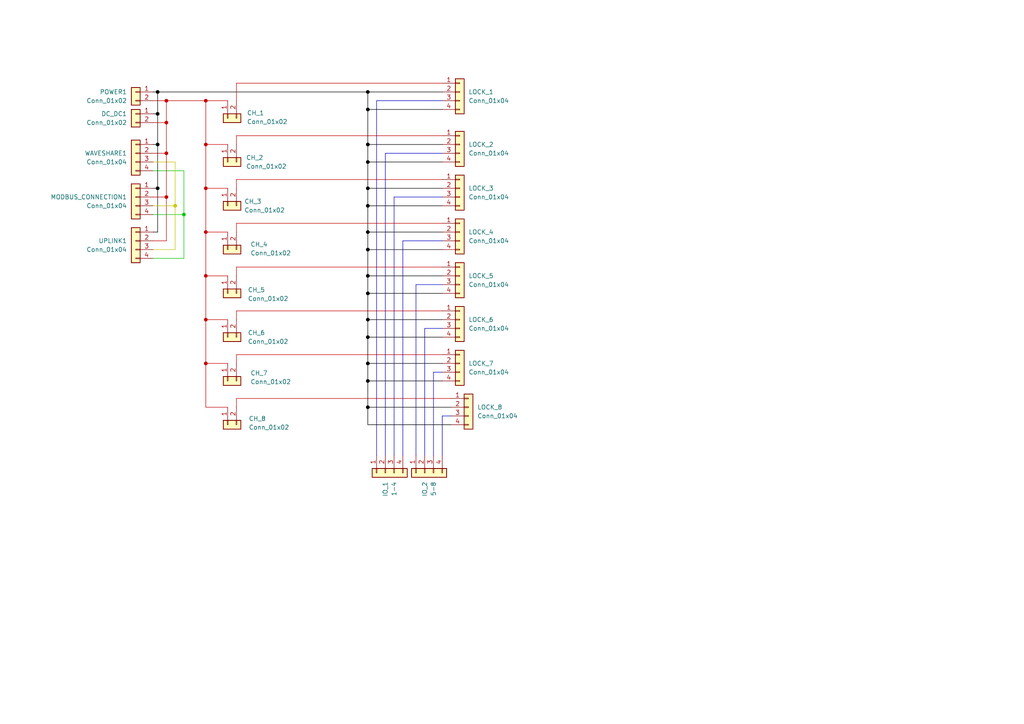
<source format=kicad_sch>
(kicad_sch (version 20250114) (generator "eeschema") (generator_version "9.0")
  (paper "A4")
  (lib_symbols
    (symbol "Connector_Generic:Conn_01x02" (pin_names (offset 1.016) (hide yes))
      (property "Reference" "J" (at 0 2.54 0))
      (property "Value" "Conn_01x02" (at 0 -5.08 0))
      (symbol "Conn_01x02_1_1"
        (rectangle (start -1.27 1.27) (end 1.27 -3.81) (stroke (width 0.254)) (fill (type background)))
        (rectangle (start -1.27 0.127) (end 0 -0.127) (stroke (width 0.1524)))
        (rectangle (start -1.27 -2.413) (end 0 -2.667) (stroke (width 0.1524)))
        (pin passive line (at -5.08 0 0) (length 3.81) (name "Pin_1") (number "1"))
        (pin passive line (at -5.08 -2.54 0) (length 3.81) (name "Pin_2") (number "2"))
      )
    )
    (symbol "Connector_Generic:Conn_01x04" (pin_names (offset 1.016) (hide yes))
      (property "Reference" "J" (at 0 5.08 0))
      (property "Value" "Conn_01x04" (at 0 -7.62 0))
      (symbol "Conn_01x04_1_1"
        (rectangle (start -1.27 3.81) (end 1.27 -6.35) (stroke (width 0.254)) (fill (type background)))
        (rectangle (start -1.27 2.667) (end 0 2.413) (stroke (width 0.1524)))
        (rectangle (start -1.27 0.127) (end 0 -0.127) (stroke (width 0.1524)))
        (rectangle (start -1.27 -2.413) (end 0 -2.667) (stroke (width 0.1524)))
        (rectangle (start -1.27 -4.953) (end 0 -5.207) (stroke (width 0.1524)))
        (pin passive line (at -5.08 2.54 0) (length 3.81) (name "Pin_1") (number "1"))
        (pin passive line (at -5.08 0 0) (length 3.81) (name "Pin_2") (number "2"))
        (pin passive line (at -5.08 -2.54 0) (length 3.81) (name "Pin_3") (number "3"))
        (pin passive line (at -5.08 -5.08 0) (length 3.81) (name "Pin_4") (number "4"))
      )
    )
  )
  (junction (at 59.69 41.91) (color 194 0 0 1))
  (junction (at 106.68 54.61) (color 0 0 0 1))
  (junction (at 106.68 110.49) (color 0 0 0 1))
  (junction (at 106.68 85.09) (color 0 0 0 1))
  (junction (at 48.26 29.21) (color 194 0 0 1))
  (junction (at 45.72 33.02) (color 0 0 0 1))
  (junction (at 59.69 54.61) (color 194 0 0 1))
  (junction (at 48.26 44.45) (color 194 0 0 1))
  (junction (at 106.68 46.99) (color 0 0 0 1))
  (junction (at 53.34 62.23) (color 0 194 0 1))
  (junction (at 45.72 54.61) (color 0 0 0 1))
  (junction (at 50.8 59.69) (color 194 194 0 1))
  (junction (at 106.68 59.69) (color 0 0 0 1))
  (junction (at 59.69 67.31) (color 194 0 0 1))
  (junction (at 106.68 41.91) (color 0 0 0 1))
  (junction (at 106.68 105.41) (color 0 0 0 1))
  (junction (at 45.72 41.91) (color 0 0 0 1))
  (junction (at 106.68 97.79) (color 0 0 0 1))
  (junction (at 48.26 57.15) (color 194 0 0 1))
  (junction (at 59.69 29.21) (color 194 0 0 1))
  (junction (at 106.68 67.31) (color 0 0 0 1))
  (junction (at 106.68 92.71) (color 0 0 0 1))
  (junction (at 48.26 35.56) (color 194 0 0 1))
  (junction (at 106.68 72.39) (color 0 0 0 1))
  (junction (at 59.69 105.41) (color 194 0 0 1))
  (junction (at 59.69 92.71) (color 194 0 0 1))
  (junction (at 45.72 26.67) (color 0 0 0 1))
  (junction (at 59.69 80.01) (color 194 0 0 1))
  (junction (at 106.68 31.75) (color 0 0 0 1))
  (junction (at 106.68 80.01) (color 0 0 0 1))
  (junction (at 106.68 26.67) (color 0 0 0 1))
  (junction (at 106.68 118.11) (color 0 0 0 1))
  (wire (pts (xy 120.65 132.08) (xy 120.65 82.55)) (stroke (width 0) (color 0 0 194 1)))
  (wire (pts (xy 48.26 29.21) (xy 59.69 29.21)) (stroke (width 0) (color 194 0 0 1)))
  (wire (pts (xy 53.34 62.23) (xy 44.45 62.23)) (stroke (width 0) (color 0 194 0 1)))
  (wire (pts (xy 111.76 132.08) (xy 111.76 44.45)) (stroke (width 0) (color 0 0 194 1)))
  (wire (pts (xy 128.27 105.41) (xy 106.68 105.41)) (stroke (width 0) (color 0 0 0 1)))
  (wire (pts (xy 128.27 132.08) (xy 128.27 120.65)) (stroke (width 0) (color 0 0 194 1)))
  (wire (pts (xy 128.27 72.39) (xy 106.68 72.39)) (stroke (width 0) (color 0 0 0 1)))
  (wire (pts (xy 128.27 110.49) (xy 106.68 110.49)) (stroke (width 0) (color 0 0 0 1)))
  (wire (pts (xy 68.58 29.21) (xy 68.58 24.13)) (stroke (width 0) (color 194 0 0 1)))
  (wire (pts (xy 106.68 80.01) (xy 106.68 72.39)) (stroke (width 0) (color 0 0 0 1)))
  (wire (pts (xy 114.3 132.08) (xy 114.3 57.15)) (stroke (width 0) (color 0 0 194 1)))
  (wire (pts (xy 106.68 85.09) (xy 106.68 80.01)) (stroke (width 0) (color 0 0 0 1)))
  (wire (pts (xy 128.27 46.99) (xy 106.68 46.99)) (stroke (width 0) (color 0 0 0 1)))
  (wire (pts (xy 44.45 46.99) (xy 50.8 46.99)) (stroke (width 0) (color 194 194 0 1)))
  (wire (pts (xy 66.04 41.91) (xy 59.69 41.91)) (stroke (width 0) (color 194 0 0 1)))
  (wire (pts (xy 128.27 59.69) (xy 106.68 59.69)) (stroke (width 0) (color 0 0 0 1)))
  (wire (pts (xy 44.45 35.56) (xy 48.26 35.56)) (stroke (width 0) (color 194 0 0 1)))
  (wire (pts (xy 44.45 54.61) (xy 45.72 54.61)) (stroke (width 0) (color 0 0 0 1)))
  (wire (pts (xy 53.34 62.23) (xy 53.34 74.93)) (stroke (width 0) (color 0 194 0 1)))
  (wire (pts (xy 50.8 59.69) (xy 44.45 59.69)) (stroke (width 0) (color 194 194 0 1)))
  (wire (pts (xy 45.72 54.61) (xy 45.72 41.91)) (stroke (width 0) (color 0 0 0 1)))
  (wire (pts (xy 44.45 49.53) (xy 53.34 49.53)) (stroke (width 0) (color 0 194 0 1)))
  (wire (pts (xy 106.68 105.41) (xy 106.68 97.79)) (stroke (width 0) (color 0 0 0 1)))
  (wire (pts (xy 128.27 92.71) (xy 106.68 92.71)) (stroke (width 0) (color 0 0 0 1)))
  (wire (pts (xy 68.58 24.13) (xy 128.27 24.13)) (stroke (width 0) (color 194 0 0 1)))
  (wire (pts (xy 44.45 69.85) (xy 48.26 69.85)) (stroke (width 0) (color 194 0 0 1)))
  (wire (pts (xy 130.81 123.19) (xy 106.68 123.19)) (stroke (width 0) (color 0 0 0 1)))
  (wire (pts (xy 116.84 132.08) (xy 116.84 69.85)) (stroke (width 0) (color 0 0 194 1)))
  (wire (pts (xy 50.8 72.39) (xy 50.8 59.69)) (stroke (width 0) (color 194 194 0 1)))
  (wire (pts (xy 45.72 26.67) (xy 106.68 26.67)) (stroke (width 0) (color 0 0 0 1)))
  (wire (pts (xy 68.58 115.57) (xy 130.81 115.57)) (stroke (width 0) (color 194 0 0 1)))
  (wire (pts (xy 106.68 54.61) (xy 106.68 46.99)) (stroke (width 0) (color 0 0 0 1)))
  (wire (pts (xy 111.76 44.45) (xy 128.27 44.45)) (stroke (width 0) (color 0 0 194 1)))
  (wire (pts (xy 114.3 57.15) (xy 128.27 57.15)) (stroke (width 0) (color 0 0 194 1)))
  (wire (pts (xy 106.68 46.99) (xy 106.68 41.91)) (stroke (width 0) (color 0 0 0 1)))
  (wire (pts (xy 48.26 57.15) (xy 48.26 44.45)) (stroke (width 0) (color 194 0 0 1)))
  (wire (pts (xy 125.73 107.95) (xy 128.27 107.95)) (stroke (width 0) (color 0 0 194 1)))
  (wire (pts (xy 68.58 90.17) (xy 128.27 90.17)) (stroke (width 0) (color 194 0 0 1)))
  (wire (pts (xy 59.69 92.71) (xy 59.69 80.01)) (stroke (width 0) (color 194 0 0 1)))
  (wire (pts (xy 128.27 67.31) (xy 106.68 67.31)) (stroke (width 0) (color 0 0 0 1)))
  (wire (pts (xy 125.73 132.08) (xy 125.73 107.95)) (stroke (width 0) (color 0 0 194 1)))
  (wire (pts (xy 128.27 80.01) (xy 106.68 80.01)) (stroke (width 0) (color 0 0 0 1)))
  (wire (pts (xy 59.69 54.61) (xy 59.69 41.91)) (stroke (width 0) (color 194 0 0 1)))
  (wire (pts (xy 106.68 118.11) (xy 106.68 110.49)) (stroke (width 0) (color 0 0 0 1)))
  (wire (pts (xy 123.19 95.25) (xy 128.27 95.25)) (stroke (width 0) (color 0 0 194 1)))
  (wire (pts (xy 130.81 118.11) (xy 106.68 118.11)) (stroke (width 0) (color 0 0 0 1)))
  (wire (pts (xy 66.04 92.71) (xy 59.69 92.71)) (stroke (width 0) (color 194 0 0 1)))
  (wire (pts (xy 106.68 123.19) (xy 106.68 118.11)) (stroke (width 0) (color 0 0 0 1)))
  (wire (pts (xy 128.27 120.65) (xy 130.81 120.65)) (stroke (width 0) (color 0 0 194 1)))
  (wire (pts (xy 59.69 41.91) (xy 59.69 29.21)) (stroke (width 0) (color 194 0 0 1)))
  (wire (pts (xy 106.68 67.31) (xy 106.68 59.69)) (stroke (width 0) (color 0 0 0 1)))
  (wire (pts (xy 59.69 118.11) (xy 59.69 105.41)) (stroke (width 0) (color 194 0 0 1)))
  (wire (pts (xy 106.68 26.67) (xy 128.27 26.67)) (stroke (width 0) (color 0 0 0 1)))
  (wire (pts (xy 128.27 85.09) (xy 106.68 85.09)) (stroke (width 0) (color 0 0 0 1)))
  (wire (pts (xy 53.34 49.53) (xy 53.34 62.23)) (stroke (width 0) (color 0 194 0 1)))
  (wire (pts (xy 59.69 105.41) (xy 59.69 92.71)) (stroke (width 0) (color 194 0 0 1)))
  (wire (pts (xy 106.68 41.91) (xy 106.68 31.75)) (stroke (width 0) (color 0 0 0 1)))
  (wire (pts (xy 44.45 26.67) (xy 45.72 26.67)) (stroke (width 0) (color 0 0 0 1)))
  (wire (pts (xy 106.68 110.49) (xy 106.68 105.41)) (stroke (width 0) (color 0 0 0 1)))
  (wire (pts (xy 44.45 57.15) (xy 48.26 57.15)) (stroke (width 0) (color 194 0 0 1)))
  (wire (pts (xy 44.45 74.93) (xy 53.34 74.93)) (stroke (width 0) (color 0 194 0 1)))
  (wire (pts (xy 66.04 54.61) (xy 59.69 54.61)) (stroke (width 0) (color 194 0 0 1)))
  (wire (pts (xy 45.72 33.02) (xy 45.72 26.67)) (stroke (width 0) (color 0 0 0 1)))
  (wire (pts (xy 116.84 69.85) (xy 128.27 69.85)) (stroke (width 0) (color 0 0 194 1)))
  (wire (pts (xy 128.27 97.79) (xy 106.68 97.79)) (stroke (width 0) (color 0 0 0 1)))
  (wire (pts (xy 44.45 29.21) (xy 48.26 29.21)) (stroke (width 0) (color 194 0 0 1)))
  (wire (pts (xy 44.45 67.31) (xy 45.72 67.31)) (stroke (width 0) (color 0 0 0 1)))
  (wire (pts (xy 128.27 54.61) (xy 106.68 54.61)) (stroke (width 0) (color 0 0 0 1)))
  (wire (pts (xy 59.69 29.21) (xy 66.04 29.21)) (stroke (width 0) (color 194 0 0 1)))
  (wire (pts (xy 106.68 31.75) (xy 128.27 31.75)) (stroke (width 0) (color 0 0 0 1)))
  (wire (pts (xy 59.69 67.31) (xy 59.69 54.61)) (stroke (width 0) (color 194 0 0 1)))
  (wire (pts (xy 68.58 64.77) (xy 128.27 64.77)) (stroke (width 0) (color 194 0 0 1)))
  (wire (pts (xy 68.58 77.47) (xy 128.27 77.47)) (stroke (width 0) (color 194 0 0 1)))
  (wire (pts (xy 109.22 132.08) (xy 109.22 29.21)) (stroke (width 0) (color 0 0 194 1)))
  (wire (pts (xy 68.58 102.87) (xy 128.27 102.87)) (stroke (width 0) (color 194 0 0 1)))
  (wire (pts (xy 68.58 67.31) (xy 68.58 64.77)) (stroke (width 0) (color 194 0 0 1)))
  (wire (pts (xy 66.04 118.11) (xy 59.69 118.11)) (stroke (width 0) (color 194 0 0 1)))
  (wire (pts (xy 68.58 52.07) (xy 128.27 52.07)) (stroke (width 0) (color 194 0 0 1)))
  (wire (pts (xy 106.68 92.71) (xy 106.68 85.09)) (stroke (width 0) (color 0 0 0 1)))
  (wire (pts (xy 109.22 29.21) (xy 128.27 29.21)) (stroke (width 0) (color 0 0 194 1)))
  (wire (pts (xy 66.04 105.41) (xy 59.69 105.41)) (stroke (width 0) (color 194 0 0 1)))
  (wire (pts (xy 120.65 82.55) (xy 128.27 82.55)) (stroke (width 0) (color 0 0 194 1)))
  (wire (pts (xy 123.19 132.08) (xy 123.19 95.25)) (stroke (width 0) (color 0 0 194 1)))
  (wire (pts (xy 106.68 97.79) (xy 106.68 92.71)) (stroke (width 0) (color 0 0 0 1)))
  (wire (pts (xy 44.45 72.39) (xy 50.8 72.39)) (stroke (width 0) (color 194 194 0 1)))
  (wire (pts (xy 106.68 72.39) (xy 106.68 67.31)) (stroke (width 0) (color 0 0 0 1)))
  (wire (pts (xy 68.58 118.11) (xy 68.58 115.57)) (stroke (width 0) (color 194 0 0 1)))
  (wire (pts (xy 106.68 26.67) (xy 106.68 31.75)) (stroke (width 0) (color 0 0 0 1)))
  (wire (pts (xy 48.26 44.45) (xy 48.26 35.56)) (stroke (width 0) (color 194 0 0 1)))
  (wire (pts (xy 45.72 41.91) (xy 45.72 33.02)) (stroke (width 0) (color 0 0 0 1)))
  (wire (pts (xy 50.8 46.99) (xy 50.8 59.69)) (stroke (width 0) (color 194 194 0 1)))
  (wire (pts (xy 48.26 35.56) (xy 48.26 29.21)) (stroke (width 0) (color 194 0 0 1)))
  (wire (pts (xy 48.26 69.85) (xy 48.26 57.15)) (stroke (width 0) (color 194 0 0 1)))
  (wire (pts (xy 44.45 44.45) (xy 48.26 44.45)) (stroke (width 0) (color 194 0 0 1)))
  (wire (pts (xy 66.04 67.31) (xy 59.69 67.31)) (stroke (width 0) (color 194 0 0 1)))
  (wire (pts (xy 68.58 80.01) (xy 68.58 77.47)) (stroke (width 0) (color 194 0 0 1)))
  (wire (pts (xy 106.68 59.69) (xy 106.68 54.61)) (stroke (width 0) (color 0 0 0 1)))
  (wire (pts (xy 68.58 39.37) (xy 128.27 39.37)) (stroke (width 0) (color 194 0 0 1)))
  (wire (pts (xy 45.72 67.31) (xy 45.72 54.61)) (stroke (width 0) (color 0 0 0 1)))
  (wire (pts (xy 68.58 41.91) (xy 68.58 39.37)) (stroke (width 0) (color 194 0 0 1)))
  (wire (pts (xy 68.58 105.41) (xy 68.58 102.87)) (stroke (width 0) (color 194 0 0 1)))
  (wire (pts (xy 44.45 33.02) (xy 45.72 33.02)) (stroke (width 0) (color 0 0 0 1)))
  (wire (pts (xy 128.27 41.91) (xy 106.68 41.91)) (stroke (width 0) (color 0 0 0 1)))
  (wire (pts (xy 68.58 92.71) (xy 68.58 90.17)) (stroke (width 0) (color 194 0 0 1)))
  (wire (pts (xy 66.04 80.01) (xy 59.69 80.01)) (stroke (width 0) (color 194 0 0 1)))
  (wire (pts (xy 44.45 41.91) (xy 45.72 41.91)) (stroke (width 0) (color 0 0 0 1)))
  (wire (pts (xy 59.69 80.01) (xy 59.69 67.31)) (stroke (width 0) (color 194 0 0 1)))
  (wire (pts (xy 68.58 54.61) (xy 68.58 52.07)) (stroke (width 0) (color 194 0 0 1)))
  (symbol (lib_id "Connector_Generic:Conn_01x04") (at 133.35 67.31 0) (unit 1)
    (property "Reference" "LOCK_4" (at 135.89 67.3099 0) (effects (justify left)))
    (property "Value" "Conn_01x04" (at 135.89 69.8499 0) (effects (justify left)))
    (property "Footprint" "Connector_Phoenix_MC:PhoenixContact_MCV_1,5_4-G-3.5_1x04_P3.50mm_Vertical" (effects (hide yes)))
    (property "Description" "Generic connector, single row, 01x04, script generated (kicad-library-utils/schlib/autogen/connector/)" (effects (hide yes)))
  )
  (symbol (lib_id "Connector_Generic:Conn_01x04") (at 133.35 54.61 0) (unit 1)
    (property "Reference" "LOCK_3" (at 135.89 54.6099 0) (effects (justify left)))
    (property "Value" "Conn_01x04" (at 135.89 57.1499 0) (effects (justify left)))
    (property "Footprint" "Connector_Phoenix_MC:PhoenixContact_MCV_1,5_4-G-3.5_1x04_P3.50mm_Vertical" (effects (hide yes)))
    (property "Description" "Generic connector, single row, 01x04, script generated (kicad-library-utils/schlib/autogen/connector/)" (effects (hide yes)))
  )
  (symbol (lib_id "Connector_Generic:Conn_01x04") (at 133.35 41.91 0) (unit 1)
    (property "Reference" "LOCK_2" (at 135.89 41.9099 0) (effects (justify left)))
    (property "Value" "Conn_01x04" (at 135.89 44.4499 0) (effects (justify left)))
    (property "Footprint" "Connector_Phoenix_MC:PhoenixContact_MCV_1,5_4-G-3.5_1x04_P3.50mm_Vertical" (effects (hide yes)))
    (property "Description" "Generic connector, single row, 01x04, script generated (kicad-library-utils/schlib/autogen/connector/)" (effects (hide yes)))
  )
  (symbol (lib_id "Connector_Generic:Conn_01x04") (at 133.35 80.01 0) (unit 1)
    (property "Reference" "LOCK_5" (at 135.89 80.0099 0) (effects (justify left)))
    (property "Value" "Conn_01x04" (at 135.89 82.5499 0) (effects (justify left)))
    (property "Footprint" "Connector_Phoenix_MC:PhoenixContact_MCV_1,5_4-G-3.5_1x04_P3.50mm_Vertical" (effects (hide yes)))
    (property "Description" "Generic connector, single row, 01x04, script generated (kicad-library-utils/schlib/autogen/connector/)" (effects (hide yes)))
  )
  (symbol (lib_id "Connector_Generic:Conn_01x04") (at 111.76 137.16 90) (mirror x) (unit 1)
    (property "Reference" "IO_1" (at 111.7599 139.7 0) (effects (justify left)))
    (property "Value" "1-4" (at 114.2999 139.7 0) (effects (justify left)))
    (property "Footprint" "Connector_Phoenix_MC:PhoenixContact_MCV_1,5_4-G-3.5_1x04_P3.50mm_Vertical" (effects (hide yes)))
    (property "Description" "Generic connector, single row, 01x04, script generated (kicad-library-utils/schlib/autogen/connector/)" (effects (hide yes)))
  )
  (symbol (lib_id "Connector_Generic:Conn_01x04") (at 135.89 118.11 0) (unit 1)
    (property "Reference" "LOCK_8" (at 138.43 118.1099 0) (effects (justify left)))
    (property "Value" "Conn_01x04" (at 138.43 120.6499 0) (effects (justify left)))
    (property "Footprint" "Connector_Phoenix_MC:PhoenixContact_MCV_1,5_4-G-3.5_1x04_P3.50mm_Vertical" (effects (hide yes)))
    (property "Description" "Generic connector, single row, 01x04, script generated (kicad-library-utils/schlib/autogen/connector/)" (effects (hide yes)))
  )
  (symbol (lib_id "Connector_Generic:Conn_01x02") (at 66.04 72.39 90) (mirror x) (unit 1)
    (property "Reference" "CH_4" (at 72.644 70.866 90) (effects (justify right)))
    (property "Value" "Conn_01x02" (at 72.644 73.406 90) (effects (justify right)))
    (property "Footprint" "Connector_Phoenix_MC:PhoenixContact_MCV_1,5_2-G-3.5_1x02_P3.50mm_Vertical" (effects (hide yes)))
    (property "Description" "Generic connector, single row, 01x02, script generated (kicad-library-utils/schlib/autogen/connector/)" (effects (hide yes)))
  )
  (symbol (lib_id "Connector_Generic:Conn_01x04") (at 39.37 44.45 0) (mirror y) (unit 1)
    (property "Reference" "WAVESHARE1" (at 36.83 44.4499 0) (effects (justify left)))
    (property "Value" "Conn_01x04" (at 36.83 46.9899 0) (effects (justify left)))
    (property "Footprint" "Connector_Phoenix_MC:PhoenixContact_MCV_1,5_4-G-3.5_1x04_P3.50mm_Vertical" (effects (hide yes)))
    (property "Description" "Generic connector, single row, 01x04, script generated (kicad-library-utils/schlib/autogen/connector/)" (effects (hide yes)))
  )
  (symbol (lib_id "Connector_Generic:Conn_01x02") (at 66.04 110.49 90) (mirror x) (unit 1)
    (property "Reference" "CH_7" (at 72.644 108.204 90) (effects (justify right)))
    (property "Value" "Conn_01x02" (at 72.644 110.744 90) (effects (justify right)))
    (property "Footprint" "Connector_Phoenix_MC:PhoenixContact_MCV_1,5_2-G-3.5_1x02_P3.50mm_Vertical" (effects (hide yes)))
    (property "Description" "Generic connector, single row, 01x02, script generated (kicad-library-utils/schlib/autogen/connector/)" (effects (hide yes)))
  )
  (symbol (lib_id "Connector_Generic:Conn_01x02") (at 66.04 46.99 90) (mirror x) (unit 1)
    (property "Reference" "CH_2" (at 71.374 45.72 90) (effects (justify right)))
    (property "Value" "Conn_01x02" (at 71.374 48.26 90) (effects (justify right)))
    (property "Footprint" "Connector_Phoenix_MC:PhoenixContact_MCV_1,5_2-G-3.5_1x02_P3.50mm_Vertical" (effects (hide yes)))
    (property "Description" "Generic connector, single row, 01x02, script generated (kicad-library-utils/schlib/autogen/connector/)" (effects (hide yes)))
  )
  (symbol (lib_id "Connector_Generic:Conn_01x04") (at 39.37 57.15 0) (mirror y) (unit 1)
    (property "Reference" "MODBUS_CONNECTION1" (at 36.83 57.1499 0) (effects (justify left)))
    (property "Value" "Conn_01x04" (at 36.83 59.6899 0) (effects (justify left)))
    (property "Footprint" "Connector_Phoenix_MC:PhoenixContact_MCV_1,5_4-G-3.5_1x04_P3.50mm_Vertical" (effects (hide yes)))
    (property "Description" "Generic connector, single row, 01x04, script generated (kicad-library-utils/schlib/autogen/connector/)" (effects (hide yes)))
  )
  (symbol (lib_id "Connector_Generic:Conn_01x02") (at 66.04 34.29 90) (mirror x) (unit 1)
    (property "Reference" "CH_1" (at 71.628 32.766 90) (effects (justify right)))
    (property "Value" "Conn_01x02" (at 71.628 35.306 90) (effects (justify right)))
    (property "Footprint" "Connector_Phoenix_MC:PhoenixContact_MCV_1,5_2-G-3.5_1x02_P3.50mm_Vertical" (effects (hide yes)))
    (property "Description" "Generic connector, single row, 01x02, script generated (kicad-library-utils/schlib/autogen/connector/)" (effects (hide yes)))
  )
  (symbol (lib_id "Connector_Generic:Conn_01x04") (at 133.35 26.67 0) (unit 1)
    (property "Reference" "LOCK_1" (at 135.89 26.6699 0) (effects (justify left)))
    (property "Value" "Conn_01x04" (at 135.89 29.2099 0) (effects (justify left)))
    (property "Footprint" "Connector_Phoenix_MC:PhoenixContact_MCV_1,5_4-G-3.5_1x04_P3.50mm_Vertical" (effects (hide yes)))
    (property "Description" "Generic connector, single row, 01x04, script generated (kicad-library-utils/schlib/autogen/connector/)" (effects (hide yes)))
  )
  (symbol (lib_id "Connector_Generic:Conn_01x02") (at 66.04 85.09 90) (mirror x) (unit 1)
    (property "Reference" "CH_5" (at 71.882 84.074 90) (effects (justify right)))
    (property "Value" "Conn_01x02" (at 71.882 86.614 90) (effects (justify right)))
    (property "Footprint" "Connector_Phoenix_MC:PhoenixContact_MCV_1,5_2-G-3.5_1x02_P3.50mm_Vertical" (effects (hide yes)))
    (property "Description" "Generic connector, single row, 01x02, script generated (kicad-library-utils/schlib/autogen/connector/)" (effects (hide yes)))
  )
  (symbol (lib_id "Connector_Generic:Conn_01x02") (at 39.37 33.02 0) (mirror y) (unit 1)
    (property "Reference" "DC_DC1" (at 36.83 33.0199 0) (effects (justify left)))
    (property "Value" "Conn_01x02" (at 36.83 35.5599 0) (effects (justify left)))
    (property "Footprint" "Connector_Phoenix_MC:PhoenixContact_MCV_1,5_2-G-3.5_1x02_P3.50mm_Vertical" (effects (hide yes)))
    (property "Description" "Generic connector, single row, 01x02, script generated (kicad-library-utils/schlib/autogen/connector/)" (effects (hide yes)))
  )
  (symbol (lib_id "Connector_Generic:Conn_01x02") (at 66.04 59.69 90) (mirror x) (unit 1)
    (property "Reference" "CH_3" (at 70.866 58.42 90) (effects (justify right)))
    (property "Value" "Conn_01x02" (at 70.866 60.96 90) (effects (justify right)))
    (property "Footprint" "Connector_Phoenix_MC:PhoenixContact_MCV_1,5_2-G-3.5_1x02_P3.50mm_Vertical" (effects (hide yes)))
    (property "Description" "Generic connector, single row, 01x02, script generated (kicad-library-utils/schlib/autogen/connector/)" (effects (hide yes)))
  )
  (symbol (lib_id "Connector_Generic:Conn_01x02") (at 39.37 26.67 0) (mirror y) (unit 1)
    (property "Reference" "POWER1" (at 36.83 26.6699 0) (effects (justify left)))
    (property "Value" "Conn_01x02" (at 36.83 29.2099 0) (effects (justify left)))
    (property "Footprint" "Connector_Phoenix_MC:PhoenixContact_MCV_1,5_2-G-3.5_1x02_P3.50mm_Vertical" (effects (hide yes)))
    (property "Description" "Generic connector, single row, 01x02, script generated (kicad-library-utils/schlib/autogen/connector/)" (effects (hide yes)))
  )
  (symbol (lib_id "Connector_Generic:Conn_01x04") (at 133.35 92.71 0) (unit 1)
    (property "Reference" "LOCK_6" (at 135.89 92.7099 0) (effects (justify left)))
    (property "Value" "Conn_01x04" (at 135.89 95.2499 0) (effects (justify left)))
    (property "Footprint" "Connector_Phoenix_MC:PhoenixContact_MCV_1,5_4-G-3.5_1x04_P3.50mm_Vertical" (effects (hide yes)))
    (property "Description" "Generic connector, single row, 01x04, script generated (kicad-library-utils/schlib/autogen/connector/)" (effects (hide yes)))
  )
  (symbol (lib_id "Connector_Generic:Conn_01x02") (at 66.04 123.19 90) (mirror x) (unit 1)
    (property "Reference" "CH_8" (at 72.136 121.412 90) (effects (justify right)))
    (property "Value" "Conn_01x02" (at 72.136 123.952 90) (effects (justify right)))
    (property "Footprint" "Connector_Phoenix_MC:PhoenixContact_MCV_1,5_2-G-3.5_1x02_P3.50mm_Vertical" (effects (hide yes)))
    (property "Description" "Generic connector, single row, 01x02, script generated (kicad-library-utils/schlib/autogen/connector/)" (effects (hide yes)))
  )
  (symbol (lib_id "Connector_Generic:Conn_01x04") (at 133.35 105.41 0) (unit 1)
    (property "Reference" "LOCK_7" (at 135.89 105.4099 0) (effects (justify left)))
    (property "Value" "Conn_01x04" (at 135.89 107.9499 0) (effects (justify left)))
    (property "Footprint" "Connector_Phoenix_MC:PhoenixContact_MCV_1,5_4-G-3.5_1x04_P3.50mm_Vertical" (effects (hide yes)))
    (property "Description" "Generic connector, single row, 01x04, script generated (kicad-library-utils/schlib/autogen/connector/)" (effects (hide yes)))
  )
  (symbol (lib_id "Connector_Generic:Conn_01x04") (at 39.37 69.85 0) (mirror y) (unit 1)
    (property "Reference" "UPLINK1" (at 36.83 69.8499 0) (effects (justify left)))
    (property "Value" "Conn_01x04" (at 36.83 72.3899 0) (effects (justify left)))
    (property "Footprint" "Connector_Phoenix_MC:PhoenixContact_MCV_1,5_4-G-3.5_1x04_P3.50mm_Vertical" (effects (hide yes)))
    (property "Description" "Generic connector, single row, 01x04, script generated (kicad-library-utils/schlib/autogen/connector/)" (effects (hide yes)))
  )
  (symbol (lib_id "Connector_Generic:Conn_01x02") (at 66.04 97.79 90) (mirror x) (unit 1)
    (property "Reference" "CH_6" (at 71.882 96.52 90) (effects (justify right)))
    (property "Value" "Conn_01x02" (at 71.882 99.06 90) (effects (justify right)))
    (property "Footprint" "Connector_Phoenix_MC:PhoenixContact_MCV_1,5_2-G-3.5_1x02_P3.50mm_Vertical" (effects (hide yes)))
    (property "Description" "Generic connector, single row, 01x02, script generated (kicad-library-utils/schlib/autogen/connector/)" (effects (hide yes)))
  )
  (symbol (lib_id "Connector_Generic:Conn_01x04") (at 123.19 137.16 90) (mirror x) (unit 1)
    (property "Reference" "IO_2" (at 123.1899 139.7 0) (effects (justify left)))
    (property "Value" "5-8" (at 125.7299 139.7 0) (effects (justify left)))
    (property "Footprint" "Connector_Phoenix_MC:PhoenixContact_MCV_1,5_4-G-3.5_1x04_P3.50mm_Vertical" (effects (hide yes)))
    (property "Description" "Generic connector, single row, 01x04, script generated (kicad-library-utils/schlib/autogen/connector/)" (effects (hide yes)))
  )
)
</source>
